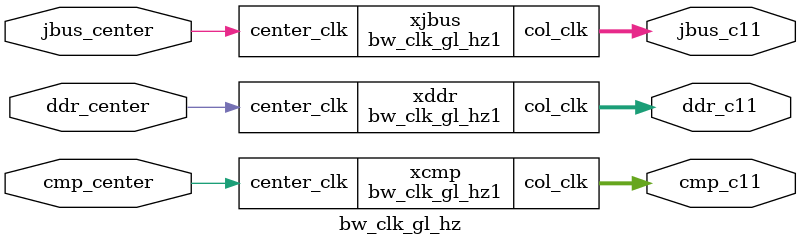
<source format=v>
module bw_clk_gl_hz1(col_clk ,center_clk );
output [3:0]	col_clk ;
input		center_clk ;
 
wire [1:0]	c13 ;
wire [1:0]	c14 ;
wire		c15 ;
 
 
bw_clk_gclk_inv_224x x2 (
     .clkout          (c15 ),
     .clkin           (center_clk ) );
bw_clk_gclk_inv_224x x3 (
     .clkout          (col_clk[2] ),
     .clkin           (c13[1] ) );
bw_clk_gclk_inv_192x x4 (
     .clkout          (c13[1] ),
     .clkin           (c14[1] ) );
bw_clk_gclk_inv_224x x5 (
     .clkout          (col_clk[1] ),
     .clkin           (c13[0] ) );
bw_clk_gclk_inv_288x x6 (
     .clkout          (c14[0] ),
     .clkin           (c15 ) );
bw_clk_gclk_inv_224x x7 (
     .clkout          (col_clk[0] ),
     .clkin           (c13[0] ) );
bw_clk_gclk_inv_288x x8 (
     .clkout          (c14[1] ),
     .clkin           (c15 ) );
bw_clk_gclk_inv_224x x0 (
     .clkout          (col_clk[3] ),
     .clkin           (c13[1] ) );
bw_clk_gclk_inv_192x x1 (
     .clkout          (c13[0] ),
     .clkin           (c14[0] ) );
endmodule

module bw_clk_gl_hz(ddr_center ,jbus_center ,cmp_center ,cmp_c11 ,
     jbus_c11 ,ddr_c11 );
output [3:0]	cmp_c11 ;
output [3:0]	jbus_c11 ;
output [3:0]	ddr_c11 ;
input		ddr_center ;
input		jbus_center ;
input		cmp_center ;
 
 
 
bw_clk_gl_hz1 xddr (
     .col_clk         ({ddr_c11 } ),
     .center_clk      (ddr_center ) );
bw_clk_gl_hz1 xjbus (
     .col_clk         ({jbus_c11 } ),
     .center_clk      (jbus_center ) );
bw_clk_gl_hz1 xcmp (
     .col_clk         ({cmp_c11 } ),
     .center_clk      (cmp_center ) );
endmodule


</source>
